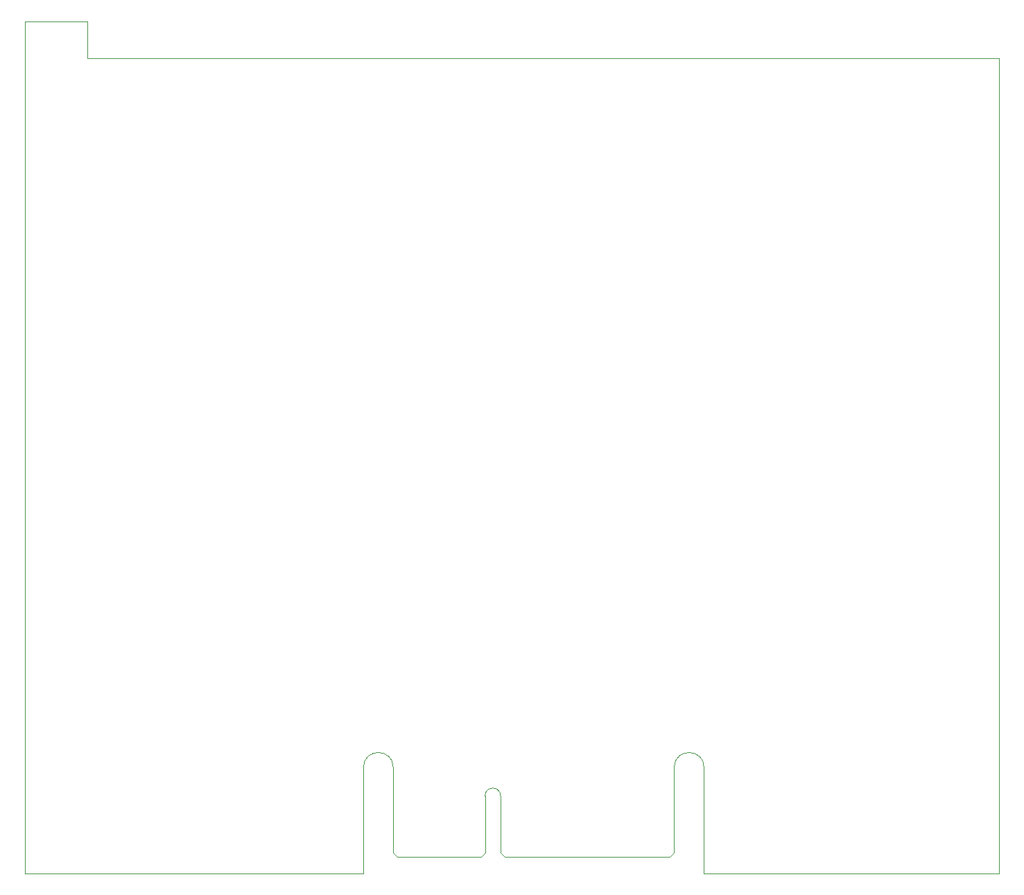
<source format=gko>
G04*
G04 #@! TF.GenerationSoftware,Altium Limited,Altium Designer,22.4.2 (48)*
G04*
G04 Layer_Color=16711935*
%FSAX25Y25*%
%MOIN*%
G70*
G04*
G04 #@! TF.SameCoordinates,5E64B9DA-0424-454E-A7BF-F7E50E35A289*
G04*
G04*
G04 #@! TF.FilePolarity,Positive*
G04*
G01*
G75*
%ADD12C,0.00394*%
D12*
X0326575Y0050886D02*
G03*
X0312205Y0050886I-0007185J0000000D01*
G01*
X0177165D02*
G03*
X0162795Y0050886I-0007185J0000000D01*
G01*
X0228740Y0037205D02*
G03*
X0221260Y0037205I-0003740J0000000D01*
G01*
X0000000Y0409449D02*
X0030118D01*
X0000000Y0000000D02*
Y0409449D01*
X0030118Y0391732D02*
Y0409449D01*
X0000000Y-0000000D02*
X0162795Y0000000D01*
X0326575D02*
Y0050886D01*
X0312205Y0009843D02*
Y0050886D01*
X0326575Y0000000D02*
X0468504D01*
X0030118Y0391732D02*
X0468504D01*
X0162795Y0000000D02*
Y0050886D01*
X0468504Y0391732D02*
X0468504Y0000000D01*
X0177165Y0009843D02*
Y0050886D01*
X0179134Y0007874D02*
X0219291D01*
X0221260Y0009843D02*
Y0037205D01*
X0228740Y0009843D02*
Y0037205D01*
X0230709Y0007874D02*
X0310236D01*
X0177165Y0009843D02*
X0179134Y0007874D01*
X0219291D02*
X0221260Y0009843D01*
X0228740D02*
X0230709Y0007874D01*
X0310236D02*
X0312205Y0009843D01*
M02*

</source>
